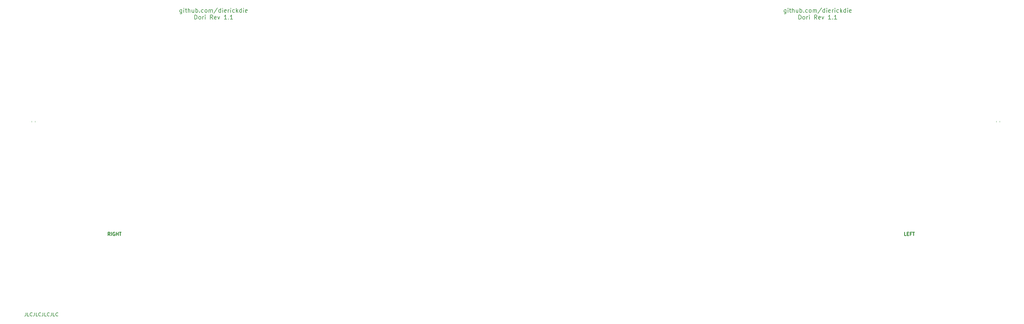
<source format=gto>
G04 #@! TF.GenerationSoftware,KiCad,Pcbnew,(5.1.4-0-10_14)*
G04 #@! TF.CreationDate,2020-08-09T17:11:43-05:00*
G04 #@! TF.ProjectId,Dori_bottom_plate,446f7269-5f62-46f7-9474-6f6d5f706c61,rev?*
G04 #@! TF.SameCoordinates,Original*
G04 #@! TF.FileFunction,Legend,Top*
G04 #@! TF.FilePolarity,Positive*
%FSLAX46Y46*%
G04 Gerber Fmt 4.6, Leading zero omitted, Abs format (unit mm)*
G04 Created by KiCad (PCBNEW (5.1.4-0-10_14)) date 2020-08-09 17:11:43*
%MOMM*%
%LPD*%
G04 APERTURE LIST*
%ADD10C,0.250000*%
%ADD11C,0.200000*%
%ADD12C,0.150000*%
%ADD13C,0.120000*%
%ADD14C,3.602000*%
%ADD15C,0.100000*%
%ADD16C,1.052000*%
%ADD17C,0.902000*%
G04 APERTURE END LIST*
D10*
X123703541Y-115178630D02*
X123370208Y-114702440D01*
X123132113Y-115178630D02*
X123132113Y-114178630D01*
X123513065Y-114178630D01*
X123608303Y-114226250D01*
X123655922Y-114273869D01*
X123703541Y-114369107D01*
X123703541Y-114511964D01*
X123655922Y-114607202D01*
X123608303Y-114654821D01*
X123513065Y-114702440D01*
X123132113Y-114702440D01*
X124132113Y-115178630D02*
X124132113Y-114178630D01*
X125132113Y-114226250D02*
X125036875Y-114178630D01*
X124894017Y-114178630D01*
X124751160Y-114226250D01*
X124655922Y-114321488D01*
X124608303Y-114416726D01*
X124560684Y-114607202D01*
X124560684Y-114750059D01*
X124608303Y-114940535D01*
X124655922Y-115035773D01*
X124751160Y-115131011D01*
X124894017Y-115178630D01*
X124989255Y-115178630D01*
X125132113Y-115131011D01*
X125179732Y-115083392D01*
X125179732Y-114750059D01*
X124989255Y-114750059D01*
X125608303Y-115178630D02*
X125608303Y-114178630D01*
X125608303Y-114654821D02*
X126179732Y-114654821D01*
X126179732Y-115178630D02*
X126179732Y-114178630D01*
X126513065Y-114178630D02*
X127084494Y-114178630D01*
X126798779Y-115178630D02*
X126798779Y-114178630D01*
D11*
X145287202Y-47334642D02*
X145287202Y-48346547D01*
X145227678Y-48465595D01*
X145168154Y-48525119D01*
X145049107Y-48584642D01*
X144870535Y-48584642D01*
X144751488Y-48525119D01*
X145287202Y-48108452D02*
X145168154Y-48167976D01*
X144930059Y-48167976D01*
X144811011Y-48108452D01*
X144751488Y-48048928D01*
X144691964Y-47929880D01*
X144691964Y-47572738D01*
X144751488Y-47453690D01*
X144811011Y-47394166D01*
X144930059Y-47334642D01*
X145168154Y-47334642D01*
X145287202Y-47394166D01*
X145882440Y-48167976D02*
X145882440Y-47334642D01*
X145882440Y-46917976D02*
X145822916Y-46977500D01*
X145882440Y-47037023D01*
X145941964Y-46977500D01*
X145882440Y-46917976D01*
X145882440Y-47037023D01*
X146299107Y-47334642D02*
X146775297Y-47334642D01*
X146477678Y-46917976D02*
X146477678Y-47989404D01*
X146537202Y-48108452D01*
X146656250Y-48167976D01*
X146775297Y-48167976D01*
X147191964Y-48167976D02*
X147191964Y-46917976D01*
X147727678Y-48167976D02*
X147727678Y-47513214D01*
X147668154Y-47394166D01*
X147549107Y-47334642D01*
X147370535Y-47334642D01*
X147251488Y-47394166D01*
X147191964Y-47453690D01*
X148858630Y-47334642D02*
X148858630Y-48167976D01*
X148322916Y-47334642D02*
X148322916Y-47989404D01*
X148382440Y-48108452D01*
X148501488Y-48167976D01*
X148680059Y-48167976D01*
X148799107Y-48108452D01*
X148858630Y-48048928D01*
X149453869Y-48167976D02*
X149453869Y-46917976D01*
X149453869Y-47394166D02*
X149572916Y-47334642D01*
X149811011Y-47334642D01*
X149930059Y-47394166D01*
X149989583Y-47453690D01*
X150049107Y-47572738D01*
X150049107Y-47929880D01*
X149989583Y-48048928D01*
X149930059Y-48108452D01*
X149811011Y-48167976D01*
X149572916Y-48167976D01*
X149453869Y-48108452D01*
X150584821Y-48048928D02*
X150644345Y-48108452D01*
X150584821Y-48167976D01*
X150525297Y-48108452D01*
X150584821Y-48048928D01*
X150584821Y-48167976D01*
X151715773Y-48108452D02*
X151596726Y-48167976D01*
X151358630Y-48167976D01*
X151239583Y-48108452D01*
X151180059Y-48048928D01*
X151120535Y-47929880D01*
X151120535Y-47572738D01*
X151180059Y-47453690D01*
X151239583Y-47394166D01*
X151358630Y-47334642D01*
X151596726Y-47334642D01*
X151715773Y-47394166D01*
X152430059Y-48167976D02*
X152311011Y-48108452D01*
X152251488Y-48048928D01*
X152191964Y-47929880D01*
X152191964Y-47572738D01*
X152251488Y-47453690D01*
X152311011Y-47394166D01*
X152430059Y-47334642D01*
X152608630Y-47334642D01*
X152727678Y-47394166D01*
X152787202Y-47453690D01*
X152846726Y-47572738D01*
X152846726Y-47929880D01*
X152787202Y-48048928D01*
X152727678Y-48108452D01*
X152608630Y-48167976D01*
X152430059Y-48167976D01*
X153382440Y-48167976D02*
X153382440Y-47334642D01*
X153382440Y-47453690D02*
X153441964Y-47394166D01*
X153561011Y-47334642D01*
X153739583Y-47334642D01*
X153858630Y-47394166D01*
X153918154Y-47513214D01*
X153918154Y-48167976D01*
X153918154Y-47513214D02*
X153977678Y-47394166D01*
X154096726Y-47334642D01*
X154275297Y-47334642D01*
X154394345Y-47394166D01*
X154453869Y-47513214D01*
X154453869Y-48167976D01*
X155941964Y-46858452D02*
X154870535Y-48465595D01*
X156894345Y-48167976D02*
X156894345Y-46917976D01*
X156894345Y-48108452D02*
X156775297Y-48167976D01*
X156537202Y-48167976D01*
X156418154Y-48108452D01*
X156358630Y-48048928D01*
X156299107Y-47929880D01*
X156299107Y-47572738D01*
X156358630Y-47453690D01*
X156418154Y-47394166D01*
X156537202Y-47334642D01*
X156775297Y-47334642D01*
X156894345Y-47394166D01*
X157489583Y-48167976D02*
X157489583Y-47334642D01*
X157489583Y-46917976D02*
X157430059Y-46977500D01*
X157489583Y-47037023D01*
X157549107Y-46977500D01*
X157489583Y-46917976D01*
X157489583Y-47037023D01*
X158561011Y-48108452D02*
X158441964Y-48167976D01*
X158203869Y-48167976D01*
X158084821Y-48108452D01*
X158025297Y-47989404D01*
X158025297Y-47513214D01*
X158084821Y-47394166D01*
X158203869Y-47334642D01*
X158441964Y-47334642D01*
X158561011Y-47394166D01*
X158620535Y-47513214D01*
X158620535Y-47632261D01*
X158025297Y-47751309D01*
X159156250Y-48167976D02*
X159156250Y-47334642D01*
X159156250Y-47572738D02*
X159215773Y-47453690D01*
X159275297Y-47394166D01*
X159394345Y-47334642D01*
X159513392Y-47334642D01*
X159930059Y-48167976D02*
X159930059Y-47334642D01*
X159930059Y-46917976D02*
X159870535Y-46977500D01*
X159930059Y-47037023D01*
X159989583Y-46977500D01*
X159930059Y-46917976D01*
X159930059Y-47037023D01*
X161061011Y-48108452D02*
X160941964Y-48167976D01*
X160703869Y-48167976D01*
X160584821Y-48108452D01*
X160525297Y-48048928D01*
X160465773Y-47929880D01*
X160465773Y-47572738D01*
X160525297Y-47453690D01*
X160584821Y-47394166D01*
X160703869Y-47334642D01*
X160941964Y-47334642D01*
X161061011Y-47394166D01*
X161596726Y-48167976D02*
X161596726Y-46917976D01*
X161715773Y-47691785D02*
X162072916Y-48167976D01*
X162072916Y-47334642D02*
X161596726Y-47810833D01*
X163144345Y-48167976D02*
X163144345Y-46917976D01*
X163144345Y-48108452D02*
X163025297Y-48167976D01*
X162787202Y-48167976D01*
X162668154Y-48108452D01*
X162608630Y-48048928D01*
X162549107Y-47929880D01*
X162549107Y-47572738D01*
X162608630Y-47453690D01*
X162668154Y-47394166D01*
X162787202Y-47334642D01*
X163025297Y-47334642D01*
X163144345Y-47394166D01*
X163739583Y-48167976D02*
X163739583Y-47334642D01*
X163739583Y-46917976D02*
X163680059Y-46977500D01*
X163739583Y-47037023D01*
X163799107Y-46977500D01*
X163739583Y-46917976D01*
X163739583Y-47037023D01*
X164811011Y-48108452D02*
X164691964Y-48167976D01*
X164453869Y-48167976D01*
X164334821Y-48108452D01*
X164275297Y-47989404D01*
X164275297Y-47513214D01*
X164334821Y-47394166D01*
X164453869Y-47334642D01*
X164691964Y-47334642D01*
X164811011Y-47394166D01*
X164870535Y-47513214D01*
X164870535Y-47632261D01*
X164275297Y-47751309D01*
X149126488Y-50242976D02*
X149126488Y-48992976D01*
X149424107Y-48992976D01*
X149602678Y-49052500D01*
X149721726Y-49171547D01*
X149781250Y-49290595D01*
X149840773Y-49528690D01*
X149840773Y-49707261D01*
X149781250Y-49945357D01*
X149721726Y-50064404D01*
X149602678Y-50183452D01*
X149424107Y-50242976D01*
X149126488Y-50242976D01*
X150555059Y-50242976D02*
X150436011Y-50183452D01*
X150376488Y-50123928D01*
X150316964Y-50004880D01*
X150316964Y-49647738D01*
X150376488Y-49528690D01*
X150436011Y-49469166D01*
X150555059Y-49409642D01*
X150733630Y-49409642D01*
X150852678Y-49469166D01*
X150912202Y-49528690D01*
X150971726Y-49647738D01*
X150971726Y-50004880D01*
X150912202Y-50123928D01*
X150852678Y-50183452D01*
X150733630Y-50242976D01*
X150555059Y-50242976D01*
X151507440Y-50242976D02*
X151507440Y-49409642D01*
X151507440Y-49647738D02*
X151566964Y-49528690D01*
X151626488Y-49469166D01*
X151745535Y-49409642D01*
X151864583Y-49409642D01*
X152281250Y-50242976D02*
X152281250Y-49409642D01*
X152281250Y-48992976D02*
X152221726Y-49052500D01*
X152281250Y-49112023D01*
X152340773Y-49052500D01*
X152281250Y-48992976D01*
X152281250Y-49112023D01*
X154543154Y-50242976D02*
X154126488Y-49647738D01*
X153828869Y-50242976D02*
X153828869Y-48992976D01*
X154305059Y-48992976D01*
X154424107Y-49052500D01*
X154483630Y-49112023D01*
X154543154Y-49231071D01*
X154543154Y-49409642D01*
X154483630Y-49528690D01*
X154424107Y-49588214D01*
X154305059Y-49647738D01*
X153828869Y-49647738D01*
X155555059Y-50183452D02*
X155436011Y-50242976D01*
X155197916Y-50242976D01*
X155078869Y-50183452D01*
X155019345Y-50064404D01*
X155019345Y-49588214D01*
X155078869Y-49469166D01*
X155197916Y-49409642D01*
X155436011Y-49409642D01*
X155555059Y-49469166D01*
X155614583Y-49588214D01*
X155614583Y-49707261D01*
X155019345Y-49826309D01*
X156031250Y-49409642D02*
X156328869Y-50242976D01*
X156626488Y-49409642D01*
X158709821Y-50242976D02*
X157995535Y-50242976D01*
X158352678Y-50242976D02*
X158352678Y-48992976D01*
X158233630Y-49171547D01*
X158114583Y-49290595D01*
X157995535Y-49350119D01*
X159245535Y-50123928D02*
X159305059Y-50183452D01*
X159245535Y-50242976D01*
X159186011Y-50183452D01*
X159245535Y-50123928D01*
X159245535Y-50242976D01*
X160495535Y-50242976D02*
X159781250Y-50242976D01*
X160138392Y-50242976D02*
X160138392Y-48992976D01*
X160019345Y-49171547D01*
X159900297Y-49290595D01*
X159781250Y-49350119D01*
D10*
X362188244Y-115149255D02*
X361712053Y-115149255D01*
X361712053Y-114149255D01*
X362521577Y-114625446D02*
X362854910Y-114625446D01*
X362997767Y-115149255D02*
X362521577Y-115149255D01*
X362521577Y-114149255D01*
X362997767Y-114149255D01*
X363759672Y-114625446D02*
X363426339Y-114625446D01*
X363426339Y-115149255D02*
X363426339Y-114149255D01*
X363902529Y-114149255D01*
X364140625Y-114149255D02*
X364712053Y-114149255D01*
X364426339Y-115149255D02*
X364426339Y-114149255D01*
D11*
X326262202Y-47334642D02*
X326262202Y-48346547D01*
X326202678Y-48465595D01*
X326143154Y-48525119D01*
X326024107Y-48584642D01*
X325845535Y-48584642D01*
X325726488Y-48525119D01*
X326262202Y-48108452D02*
X326143154Y-48167976D01*
X325905059Y-48167976D01*
X325786011Y-48108452D01*
X325726488Y-48048928D01*
X325666964Y-47929880D01*
X325666964Y-47572738D01*
X325726488Y-47453690D01*
X325786011Y-47394166D01*
X325905059Y-47334642D01*
X326143154Y-47334642D01*
X326262202Y-47394166D01*
X326857440Y-48167976D02*
X326857440Y-47334642D01*
X326857440Y-46917976D02*
X326797916Y-46977500D01*
X326857440Y-47037023D01*
X326916964Y-46977500D01*
X326857440Y-46917976D01*
X326857440Y-47037023D01*
X327274107Y-47334642D02*
X327750297Y-47334642D01*
X327452678Y-46917976D02*
X327452678Y-47989404D01*
X327512202Y-48108452D01*
X327631250Y-48167976D01*
X327750297Y-48167976D01*
X328166964Y-48167976D02*
X328166964Y-46917976D01*
X328702678Y-48167976D02*
X328702678Y-47513214D01*
X328643154Y-47394166D01*
X328524107Y-47334642D01*
X328345535Y-47334642D01*
X328226488Y-47394166D01*
X328166964Y-47453690D01*
X329833630Y-47334642D02*
X329833630Y-48167976D01*
X329297916Y-47334642D02*
X329297916Y-47989404D01*
X329357440Y-48108452D01*
X329476488Y-48167976D01*
X329655059Y-48167976D01*
X329774107Y-48108452D01*
X329833630Y-48048928D01*
X330428869Y-48167976D02*
X330428869Y-46917976D01*
X330428869Y-47394166D02*
X330547916Y-47334642D01*
X330786011Y-47334642D01*
X330905059Y-47394166D01*
X330964583Y-47453690D01*
X331024107Y-47572738D01*
X331024107Y-47929880D01*
X330964583Y-48048928D01*
X330905059Y-48108452D01*
X330786011Y-48167976D01*
X330547916Y-48167976D01*
X330428869Y-48108452D01*
X331559821Y-48048928D02*
X331619345Y-48108452D01*
X331559821Y-48167976D01*
X331500297Y-48108452D01*
X331559821Y-48048928D01*
X331559821Y-48167976D01*
X332690773Y-48108452D02*
X332571726Y-48167976D01*
X332333630Y-48167976D01*
X332214583Y-48108452D01*
X332155059Y-48048928D01*
X332095535Y-47929880D01*
X332095535Y-47572738D01*
X332155059Y-47453690D01*
X332214583Y-47394166D01*
X332333630Y-47334642D01*
X332571726Y-47334642D01*
X332690773Y-47394166D01*
X333405059Y-48167976D02*
X333286011Y-48108452D01*
X333226488Y-48048928D01*
X333166964Y-47929880D01*
X333166964Y-47572738D01*
X333226488Y-47453690D01*
X333286011Y-47394166D01*
X333405059Y-47334642D01*
X333583630Y-47334642D01*
X333702678Y-47394166D01*
X333762202Y-47453690D01*
X333821726Y-47572738D01*
X333821726Y-47929880D01*
X333762202Y-48048928D01*
X333702678Y-48108452D01*
X333583630Y-48167976D01*
X333405059Y-48167976D01*
X334357440Y-48167976D02*
X334357440Y-47334642D01*
X334357440Y-47453690D02*
X334416964Y-47394166D01*
X334536011Y-47334642D01*
X334714583Y-47334642D01*
X334833630Y-47394166D01*
X334893154Y-47513214D01*
X334893154Y-48167976D01*
X334893154Y-47513214D02*
X334952678Y-47394166D01*
X335071726Y-47334642D01*
X335250297Y-47334642D01*
X335369345Y-47394166D01*
X335428869Y-47513214D01*
X335428869Y-48167976D01*
X336916964Y-46858452D02*
X335845535Y-48465595D01*
X337869345Y-48167976D02*
X337869345Y-46917976D01*
X337869345Y-48108452D02*
X337750297Y-48167976D01*
X337512202Y-48167976D01*
X337393154Y-48108452D01*
X337333630Y-48048928D01*
X337274107Y-47929880D01*
X337274107Y-47572738D01*
X337333630Y-47453690D01*
X337393154Y-47394166D01*
X337512202Y-47334642D01*
X337750297Y-47334642D01*
X337869345Y-47394166D01*
X338464583Y-48167976D02*
X338464583Y-47334642D01*
X338464583Y-46917976D02*
X338405059Y-46977500D01*
X338464583Y-47037023D01*
X338524107Y-46977500D01*
X338464583Y-46917976D01*
X338464583Y-47037023D01*
X339536011Y-48108452D02*
X339416964Y-48167976D01*
X339178869Y-48167976D01*
X339059821Y-48108452D01*
X339000297Y-47989404D01*
X339000297Y-47513214D01*
X339059821Y-47394166D01*
X339178869Y-47334642D01*
X339416964Y-47334642D01*
X339536011Y-47394166D01*
X339595535Y-47513214D01*
X339595535Y-47632261D01*
X339000297Y-47751309D01*
X340131250Y-48167976D02*
X340131250Y-47334642D01*
X340131250Y-47572738D02*
X340190773Y-47453690D01*
X340250297Y-47394166D01*
X340369345Y-47334642D01*
X340488392Y-47334642D01*
X340905059Y-48167976D02*
X340905059Y-47334642D01*
X340905059Y-46917976D02*
X340845535Y-46977500D01*
X340905059Y-47037023D01*
X340964583Y-46977500D01*
X340905059Y-46917976D01*
X340905059Y-47037023D01*
X342036011Y-48108452D02*
X341916964Y-48167976D01*
X341678869Y-48167976D01*
X341559821Y-48108452D01*
X341500297Y-48048928D01*
X341440773Y-47929880D01*
X341440773Y-47572738D01*
X341500297Y-47453690D01*
X341559821Y-47394166D01*
X341678869Y-47334642D01*
X341916964Y-47334642D01*
X342036011Y-47394166D01*
X342571726Y-48167976D02*
X342571726Y-46917976D01*
X342690773Y-47691785D02*
X343047916Y-48167976D01*
X343047916Y-47334642D02*
X342571726Y-47810833D01*
X344119345Y-48167976D02*
X344119345Y-46917976D01*
X344119345Y-48108452D02*
X344000297Y-48167976D01*
X343762202Y-48167976D01*
X343643154Y-48108452D01*
X343583630Y-48048928D01*
X343524107Y-47929880D01*
X343524107Y-47572738D01*
X343583630Y-47453690D01*
X343643154Y-47394166D01*
X343762202Y-47334642D01*
X344000297Y-47334642D01*
X344119345Y-47394166D01*
X344714583Y-48167976D02*
X344714583Y-47334642D01*
X344714583Y-46917976D02*
X344655059Y-46977500D01*
X344714583Y-47037023D01*
X344774107Y-46977500D01*
X344714583Y-46917976D01*
X344714583Y-47037023D01*
X345786011Y-48108452D02*
X345666964Y-48167976D01*
X345428869Y-48167976D01*
X345309821Y-48108452D01*
X345250297Y-47989404D01*
X345250297Y-47513214D01*
X345309821Y-47394166D01*
X345428869Y-47334642D01*
X345666964Y-47334642D01*
X345786011Y-47394166D01*
X345845535Y-47513214D01*
X345845535Y-47632261D01*
X345250297Y-47751309D01*
X330101488Y-50242976D02*
X330101488Y-48992976D01*
X330399107Y-48992976D01*
X330577678Y-49052500D01*
X330696726Y-49171547D01*
X330756250Y-49290595D01*
X330815773Y-49528690D01*
X330815773Y-49707261D01*
X330756250Y-49945357D01*
X330696726Y-50064404D01*
X330577678Y-50183452D01*
X330399107Y-50242976D01*
X330101488Y-50242976D01*
X331530059Y-50242976D02*
X331411011Y-50183452D01*
X331351488Y-50123928D01*
X331291964Y-50004880D01*
X331291964Y-49647738D01*
X331351488Y-49528690D01*
X331411011Y-49469166D01*
X331530059Y-49409642D01*
X331708630Y-49409642D01*
X331827678Y-49469166D01*
X331887202Y-49528690D01*
X331946726Y-49647738D01*
X331946726Y-50004880D01*
X331887202Y-50123928D01*
X331827678Y-50183452D01*
X331708630Y-50242976D01*
X331530059Y-50242976D01*
X332482440Y-50242976D02*
X332482440Y-49409642D01*
X332482440Y-49647738D02*
X332541964Y-49528690D01*
X332601488Y-49469166D01*
X332720535Y-49409642D01*
X332839583Y-49409642D01*
X333256250Y-50242976D02*
X333256250Y-49409642D01*
X333256250Y-48992976D02*
X333196726Y-49052500D01*
X333256250Y-49112023D01*
X333315773Y-49052500D01*
X333256250Y-48992976D01*
X333256250Y-49112023D01*
X335518154Y-50242976D02*
X335101488Y-49647738D01*
X334803869Y-50242976D02*
X334803869Y-48992976D01*
X335280059Y-48992976D01*
X335399107Y-49052500D01*
X335458630Y-49112023D01*
X335518154Y-49231071D01*
X335518154Y-49409642D01*
X335458630Y-49528690D01*
X335399107Y-49588214D01*
X335280059Y-49647738D01*
X334803869Y-49647738D01*
X336530059Y-50183452D02*
X336411011Y-50242976D01*
X336172916Y-50242976D01*
X336053869Y-50183452D01*
X335994345Y-50064404D01*
X335994345Y-49588214D01*
X336053869Y-49469166D01*
X336172916Y-49409642D01*
X336411011Y-49409642D01*
X336530059Y-49469166D01*
X336589583Y-49588214D01*
X336589583Y-49707261D01*
X335994345Y-49826309D01*
X337006250Y-49409642D02*
X337303869Y-50242976D01*
X337601488Y-49409642D01*
X339684821Y-50242976D02*
X338970535Y-50242976D01*
X339327678Y-50242976D02*
X339327678Y-48992976D01*
X339208630Y-49171547D01*
X339089583Y-49290595D01*
X338970535Y-49350119D01*
X340220535Y-50123928D02*
X340280059Y-50183452D01*
X340220535Y-50242976D01*
X340161011Y-50183452D01*
X340220535Y-50123928D01*
X340220535Y-50242976D01*
X341470535Y-50242976D02*
X340756250Y-50242976D01*
X341113392Y-50242976D02*
X341113392Y-48992976D01*
X340994345Y-49171547D01*
X340875297Y-49290595D01*
X340756250Y-49350119D01*
D12*
X98568452Y-138358630D02*
X98568452Y-139072916D01*
X98520833Y-139215773D01*
X98425595Y-139311011D01*
X98282738Y-139358630D01*
X98187500Y-139358630D01*
X99520833Y-139358630D02*
X99044642Y-139358630D01*
X99044642Y-138358630D01*
X100425595Y-139263392D02*
X100377976Y-139311011D01*
X100235119Y-139358630D01*
X100139880Y-139358630D01*
X99997023Y-139311011D01*
X99901785Y-139215773D01*
X99854166Y-139120535D01*
X99806547Y-138930059D01*
X99806547Y-138787202D01*
X99854166Y-138596726D01*
X99901785Y-138501488D01*
X99997023Y-138406250D01*
X100139880Y-138358630D01*
X100235119Y-138358630D01*
X100377976Y-138406250D01*
X100425595Y-138453869D01*
X101139880Y-138358630D02*
X101139880Y-139072916D01*
X101092261Y-139215773D01*
X100997023Y-139311011D01*
X100854166Y-139358630D01*
X100758928Y-139358630D01*
X102092261Y-139358630D02*
X101616071Y-139358630D01*
X101616071Y-138358630D01*
X102997023Y-139263392D02*
X102949404Y-139311011D01*
X102806547Y-139358630D01*
X102711309Y-139358630D01*
X102568452Y-139311011D01*
X102473214Y-139215773D01*
X102425595Y-139120535D01*
X102377976Y-138930059D01*
X102377976Y-138787202D01*
X102425595Y-138596726D01*
X102473214Y-138501488D01*
X102568452Y-138406250D01*
X102711309Y-138358630D01*
X102806547Y-138358630D01*
X102949404Y-138406250D01*
X102997023Y-138453869D01*
X103711309Y-138358630D02*
X103711309Y-139072916D01*
X103663690Y-139215773D01*
X103568452Y-139311011D01*
X103425595Y-139358630D01*
X103330357Y-139358630D01*
X104663690Y-139358630D02*
X104187500Y-139358630D01*
X104187500Y-138358630D01*
X105568452Y-139263392D02*
X105520833Y-139311011D01*
X105377976Y-139358630D01*
X105282738Y-139358630D01*
X105139880Y-139311011D01*
X105044642Y-139215773D01*
X104997023Y-139120535D01*
X104949404Y-138930059D01*
X104949404Y-138787202D01*
X104997023Y-138596726D01*
X105044642Y-138501488D01*
X105139880Y-138406250D01*
X105282738Y-138358630D01*
X105377976Y-138358630D01*
X105520833Y-138406250D01*
X105568452Y-138453869D01*
X106282738Y-138358630D02*
X106282738Y-139072916D01*
X106235119Y-139215773D01*
X106139880Y-139311011D01*
X105997023Y-139358630D01*
X105901785Y-139358630D01*
X107235119Y-139358630D02*
X106758928Y-139358630D01*
X106758928Y-138358630D01*
X108139880Y-139263392D02*
X108092261Y-139311011D01*
X107949404Y-139358630D01*
X107854166Y-139358630D01*
X107711309Y-139311011D01*
X107616071Y-139215773D01*
X107568452Y-139120535D01*
X107520833Y-138930059D01*
X107520833Y-138787202D01*
X107568452Y-138596726D01*
X107616071Y-138501488D01*
X107711309Y-138406250D01*
X107854166Y-138358630D01*
X107949404Y-138358630D01*
X108092261Y-138406250D01*
X108139880Y-138453869D01*
D13*
X390241250Y-81133767D02*
X390241250Y-80791233D01*
X389221250Y-81133767D02*
X389221250Y-80791233D01*
X101316250Y-81133767D02*
X101316250Y-80791233D01*
X100296250Y-81133767D02*
X100296250Y-80791233D01*
%LPC*%
D14*
X278606250Y-80962500D03*
X211918550Y-80962500D03*
X135731250Y-61912500D03*
D15*
G36*
X390020029Y-79512766D02*
G01*
X390045559Y-79516553D01*
X390070595Y-79522825D01*
X390094896Y-79531520D01*
X390118227Y-79542555D01*
X390140365Y-79555823D01*
X390161095Y-79571198D01*
X390180219Y-79588531D01*
X390197552Y-79607655D01*
X390212927Y-79628385D01*
X390226195Y-79650523D01*
X390237230Y-79673854D01*
X390245925Y-79698155D01*
X390252197Y-79723191D01*
X390255984Y-79748721D01*
X390257250Y-79774500D01*
X390257250Y-80400500D01*
X390255984Y-80426279D01*
X390252197Y-80451809D01*
X390245925Y-80476845D01*
X390237230Y-80501146D01*
X390226195Y-80524477D01*
X390212927Y-80546615D01*
X390197552Y-80567345D01*
X390180219Y-80586469D01*
X390161095Y-80603802D01*
X390140365Y-80619177D01*
X390118227Y-80632445D01*
X390094896Y-80643480D01*
X390070595Y-80652175D01*
X390045559Y-80658447D01*
X390020029Y-80662234D01*
X389994250Y-80663500D01*
X389468250Y-80663500D01*
X389442471Y-80662234D01*
X389416941Y-80658447D01*
X389391905Y-80652175D01*
X389367604Y-80643480D01*
X389344273Y-80632445D01*
X389322135Y-80619177D01*
X389301405Y-80603802D01*
X389282281Y-80586469D01*
X389264948Y-80567345D01*
X389249573Y-80546615D01*
X389236305Y-80524477D01*
X389225270Y-80501146D01*
X389216575Y-80476845D01*
X389210303Y-80451809D01*
X389206516Y-80426279D01*
X389205250Y-80400500D01*
X389205250Y-79774500D01*
X389206516Y-79748721D01*
X389210303Y-79723191D01*
X389216575Y-79698155D01*
X389225270Y-79673854D01*
X389236305Y-79650523D01*
X389249573Y-79628385D01*
X389264948Y-79607655D01*
X389282281Y-79588531D01*
X389301405Y-79571198D01*
X389322135Y-79555823D01*
X389344273Y-79542555D01*
X389367604Y-79531520D01*
X389391905Y-79522825D01*
X389416941Y-79516553D01*
X389442471Y-79512766D01*
X389468250Y-79511500D01*
X389994250Y-79511500D01*
X390020029Y-79512766D01*
X390020029Y-79512766D01*
G37*
D16*
X389731250Y-80087500D03*
D15*
G36*
X390020029Y-81262766D02*
G01*
X390045559Y-81266553D01*
X390070595Y-81272825D01*
X390094896Y-81281520D01*
X390118227Y-81292555D01*
X390140365Y-81305823D01*
X390161095Y-81321198D01*
X390180219Y-81338531D01*
X390197552Y-81357655D01*
X390212927Y-81378385D01*
X390226195Y-81400523D01*
X390237230Y-81423854D01*
X390245925Y-81448155D01*
X390252197Y-81473191D01*
X390255984Y-81498721D01*
X390257250Y-81524500D01*
X390257250Y-82150500D01*
X390255984Y-82176279D01*
X390252197Y-82201809D01*
X390245925Y-82226845D01*
X390237230Y-82251146D01*
X390226195Y-82274477D01*
X390212927Y-82296615D01*
X390197552Y-82317345D01*
X390180219Y-82336469D01*
X390161095Y-82353802D01*
X390140365Y-82369177D01*
X390118227Y-82382445D01*
X390094896Y-82393480D01*
X390070595Y-82402175D01*
X390045559Y-82408447D01*
X390020029Y-82412234D01*
X389994250Y-82413500D01*
X389468250Y-82413500D01*
X389442471Y-82412234D01*
X389416941Y-82408447D01*
X389391905Y-82402175D01*
X389367604Y-82393480D01*
X389344273Y-82382445D01*
X389322135Y-82369177D01*
X389301405Y-82353802D01*
X389282281Y-82336469D01*
X389264948Y-82317345D01*
X389249573Y-82296615D01*
X389236305Y-82274477D01*
X389225270Y-82251146D01*
X389216575Y-82226845D01*
X389210303Y-82201809D01*
X389206516Y-82176279D01*
X389205250Y-82150500D01*
X389205250Y-81524500D01*
X389206516Y-81498721D01*
X389210303Y-81473191D01*
X389216575Y-81448155D01*
X389225270Y-81423854D01*
X389236305Y-81400523D01*
X389249573Y-81378385D01*
X389264948Y-81357655D01*
X389282281Y-81338531D01*
X389301405Y-81321198D01*
X389322135Y-81305823D01*
X389344273Y-81292555D01*
X389367604Y-81281520D01*
X389391905Y-81272825D01*
X389416941Y-81266553D01*
X389442471Y-81262766D01*
X389468250Y-81261500D01*
X389994250Y-81261500D01*
X390020029Y-81262766D01*
X390020029Y-81262766D01*
G37*
D16*
X389731250Y-81837500D03*
D15*
G36*
X101095029Y-79512766D02*
G01*
X101120559Y-79516553D01*
X101145595Y-79522825D01*
X101169896Y-79531520D01*
X101193227Y-79542555D01*
X101215365Y-79555823D01*
X101236095Y-79571198D01*
X101255219Y-79588531D01*
X101272552Y-79607655D01*
X101287927Y-79628385D01*
X101301195Y-79650523D01*
X101312230Y-79673854D01*
X101320925Y-79698155D01*
X101327197Y-79723191D01*
X101330984Y-79748721D01*
X101332250Y-79774500D01*
X101332250Y-80400500D01*
X101330984Y-80426279D01*
X101327197Y-80451809D01*
X101320925Y-80476845D01*
X101312230Y-80501146D01*
X101301195Y-80524477D01*
X101287927Y-80546615D01*
X101272552Y-80567345D01*
X101255219Y-80586469D01*
X101236095Y-80603802D01*
X101215365Y-80619177D01*
X101193227Y-80632445D01*
X101169896Y-80643480D01*
X101145595Y-80652175D01*
X101120559Y-80658447D01*
X101095029Y-80662234D01*
X101069250Y-80663500D01*
X100543250Y-80663500D01*
X100517471Y-80662234D01*
X100491941Y-80658447D01*
X100466905Y-80652175D01*
X100442604Y-80643480D01*
X100419273Y-80632445D01*
X100397135Y-80619177D01*
X100376405Y-80603802D01*
X100357281Y-80586469D01*
X100339948Y-80567345D01*
X100324573Y-80546615D01*
X100311305Y-80524477D01*
X100300270Y-80501146D01*
X100291575Y-80476845D01*
X100285303Y-80451809D01*
X100281516Y-80426279D01*
X100280250Y-80400500D01*
X100280250Y-79774500D01*
X100281516Y-79748721D01*
X100285303Y-79723191D01*
X100291575Y-79698155D01*
X100300270Y-79673854D01*
X100311305Y-79650523D01*
X100324573Y-79628385D01*
X100339948Y-79607655D01*
X100357281Y-79588531D01*
X100376405Y-79571198D01*
X100397135Y-79555823D01*
X100419273Y-79542555D01*
X100442604Y-79531520D01*
X100466905Y-79522825D01*
X100491941Y-79516553D01*
X100517471Y-79512766D01*
X100543250Y-79511500D01*
X101069250Y-79511500D01*
X101095029Y-79512766D01*
X101095029Y-79512766D01*
G37*
D16*
X100806250Y-80087500D03*
D15*
G36*
X101095029Y-81262766D02*
G01*
X101120559Y-81266553D01*
X101145595Y-81272825D01*
X101169896Y-81281520D01*
X101193227Y-81292555D01*
X101215365Y-81305823D01*
X101236095Y-81321198D01*
X101255219Y-81338531D01*
X101272552Y-81357655D01*
X101287927Y-81378385D01*
X101301195Y-81400523D01*
X101312230Y-81423854D01*
X101320925Y-81448155D01*
X101327197Y-81473191D01*
X101330984Y-81498721D01*
X101332250Y-81524500D01*
X101332250Y-82150500D01*
X101330984Y-82176279D01*
X101327197Y-82201809D01*
X101320925Y-82226845D01*
X101312230Y-82251146D01*
X101301195Y-82274477D01*
X101287927Y-82296615D01*
X101272552Y-82317345D01*
X101255219Y-82336469D01*
X101236095Y-82353802D01*
X101215365Y-82369177D01*
X101193227Y-82382445D01*
X101169896Y-82393480D01*
X101145595Y-82402175D01*
X101120559Y-82408447D01*
X101095029Y-82412234D01*
X101069250Y-82413500D01*
X100543250Y-82413500D01*
X100517471Y-82412234D01*
X100491941Y-82408447D01*
X100466905Y-82402175D01*
X100442604Y-82393480D01*
X100419273Y-82382445D01*
X100397135Y-82369177D01*
X100376405Y-82353802D01*
X100357281Y-82336469D01*
X100339948Y-82317345D01*
X100324573Y-82296615D01*
X100311305Y-82274477D01*
X100300270Y-82251146D01*
X100291575Y-82226845D01*
X100285303Y-82201809D01*
X100281516Y-82176279D01*
X100280250Y-82150500D01*
X100280250Y-81524500D01*
X100281516Y-81498721D01*
X100285303Y-81473191D01*
X100291575Y-81448155D01*
X100300270Y-81423854D01*
X100311305Y-81400523D01*
X100324573Y-81378385D01*
X100339948Y-81357655D01*
X100357281Y-81338531D01*
X100376405Y-81321198D01*
X100397135Y-81305823D01*
X100419273Y-81292555D01*
X100442604Y-81281520D01*
X100466905Y-81272825D01*
X100491941Y-81266553D01*
X100517471Y-81262766D01*
X100543250Y-81261500D01*
X101069250Y-81261500D01*
X101095029Y-81262766D01*
X101095029Y-81262766D01*
G37*
D16*
X100806250Y-81837500D03*
D14*
X380206250Y-100012500D03*
X380206250Y-61912500D03*
D17*
X373459375Y-61912500D03*
X373459375Y-60388500D03*
X373459375Y-58864500D03*
X373459375Y-63690500D03*
X373459375Y-65214500D03*
X373459375Y-100012500D03*
X373459375Y-98488500D03*
X373459375Y-96964500D03*
X373459375Y-101536500D03*
X373459375Y-103060500D03*
X278606250Y-43259375D03*
X280130250Y-43259375D03*
X281654250Y-43259375D03*
X277082250Y-43259375D03*
X275558250Y-43259375D03*
X354806250Y-43259375D03*
X356330250Y-43259375D03*
X357854250Y-43259375D03*
X353282250Y-43259375D03*
X351758250Y-43259375D03*
X135731250Y-43259375D03*
X137255250Y-43259375D03*
X138779250Y-43259375D03*
X134207250Y-43259375D03*
X132683250Y-43259375D03*
X211931250Y-43259375D03*
X213455250Y-43259375D03*
X214979250Y-43259375D03*
X210407250Y-43259375D03*
X208883250Y-43259375D03*
X193675000Y-118665625D03*
X195199000Y-118665625D03*
X196723000Y-118665625D03*
X192151000Y-118665625D03*
X190627000Y-118665625D03*
X135731250Y-118665625D03*
X137255250Y-118665625D03*
X138779250Y-118665625D03*
X134207250Y-118665625D03*
X132683250Y-118665625D03*
X296862500Y-118665625D03*
X298386500Y-118665625D03*
X299910500Y-118665625D03*
X295338500Y-118665625D03*
X293814500Y-118665625D03*
X354806250Y-118665625D03*
X356330250Y-118665625D03*
X357854250Y-118665625D03*
X353282250Y-118665625D03*
X351758250Y-118665625D03*
X117006250Y-61912500D03*
X117006250Y-60515500D03*
X117006250Y-59118500D03*
X117006250Y-63309500D03*
X117006250Y-64706500D03*
D14*
X110331250Y-100012500D03*
X354806250Y-61912500D03*
X221853125Y-105171875D03*
D17*
X117005893Y-100012500D03*
X117005893Y-98615500D03*
X117005893Y-97218500D03*
X117005893Y-101409500D03*
X117005893Y-102806500D03*
D14*
X211931250Y-61940000D03*
X135731250Y-100012500D03*
X278606250Y-61912500D03*
X268684375Y-105171875D03*
X354806250Y-100012500D03*
X110331250Y-61912500D03*
M02*

</source>
